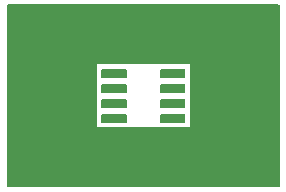
<source format=gbr>
%TF.GenerationSoftware,KiCad,Pcbnew,(6.0.0)*%
%TF.CreationDate,2022-12-04T21:49:26+01:00*%
%TF.ProjectId,SOIC-8 Breakout,534f4943-2d38-4204-9272-65616b6f7574,rev?*%
%TF.SameCoordinates,Original*%
%TF.FileFunction,Soldermask,Top*%
%TF.FilePolarity,Negative*%
%FSLAX46Y46*%
G04 Gerber Fmt 4.6, Leading zero omitted, Abs format (unit mm)*
G04 Created by KiCad (PCBNEW (6.0.0)) date 2022-12-04 21:49:26*
%MOMM*%
%LPD*%
G01*
G04 APERTURE LIST*
G04 APERTURE END LIST*
G36*
X155898121Y-101874002D02*
G01*
X155944614Y-101927658D01*
X155956000Y-101980000D01*
X155956000Y-102490000D01*
X155935998Y-102558121D01*
X155882342Y-102604614D01*
X155830000Y-102616000D01*
X153923000Y-102616000D01*
X153854879Y-102595998D01*
X153808386Y-102542342D01*
X153797000Y-102490000D01*
X153797000Y-101980000D01*
X153817002Y-101911879D01*
X153870658Y-101865386D01*
X153923000Y-101854000D01*
X155830000Y-101854000D01*
X155898121Y-101874002D01*
G37*
G36*
X150945121Y-103144002D02*
G01*
X150991614Y-103197658D01*
X151003000Y-103250000D01*
X151003000Y-103760000D01*
X150982998Y-103828121D01*
X150929342Y-103874614D01*
X150877000Y-103886000D01*
X148970000Y-103886000D01*
X148901879Y-103865998D01*
X148855386Y-103812342D01*
X148844000Y-103760000D01*
X148844000Y-103250000D01*
X148864002Y-103181879D01*
X148917658Y-103135386D01*
X148970000Y-103124000D01*
X150877000Y-103124000D01*
X150945121Y-103144002D01*
G37*
G36*
X155898121Y-99334002D02*
G01*
X155944614Y-99387658D01*
X155956000Y-99440000D01*
X155956000Y-99950000D01*
X155935998Y-100018121D01*
X155882342Y-100064614D01*
X155830000Y-100076000D01*
X153923000Y-100076000D01*
X153854879Y-100055998D01*
X153808386Y-100002342D01*
X153797000Y-99950000D01*
X153797000Y-99440000D01*
X153817002Y-99371879D01*
X153870658Y-99325386D01*
X153923000Y-99314000D01*
X155830000Y-99314000D01*
X155898121Y-99334002D01*
G37*
G36*
X155898121Y-100604002D02*
G01*
X155944614Y-100657658D01*
X155956000Y-100710000D01*
X155956000Y-101220000D01*
X155935998Y-101288121D01*
X155882342Y-101334614D01*
X155830000Y-101346000D01*
X153923000Y-101346000D01*
X153854879Y-101325998D01*
X153808386Y-101272342D01*
X153797000Y-101220000D01*
X153797000Y-100710000D01*
X153817002Y-100641879D01*
X153870658Y-100595386D01*
X153923000Y-100584000D01*
X155830000Y-100584000D01*
X155898121Y-100604002D01*
G37*
G36*
X155898121Y-103144002D02*
G01*
X155944614Y-103197658D01*
X155956000Y-103250000D01*
X155956000Y-103760000D01*
X155935998Y-103828121D01*
X155882342Y-103874614D01*
X155830000Y-103886000D01*
X153923000Y-103886000D01*
X153854879Y-103865998D01*
X153808386Y-103812342D01*
X153797000Y-103760000D01*
X153797000Y-103250000D01*
X153817002Y-103181879D01*
X153870658Y-103135386D01*
X153923000Y-103124000D01*
X155830000Y-103124000D01*
X155898121Y-103144002D01*
G37*
G36*
X150945121Y-99334002D02*
G01*
X150991614Y-99387658D01*
X151003000Y-99440000D01*
X151003000Y-99950000D01*
X150982998Y-100018121D01*
X150929342Y-100064614D01*
X150877000Y-100076000D01*
X148970000Y-100076000D01*
X148901879Y-100055998D01*
X148855386Y-100002342D01*
X148844000Y-99950000D01*
X148844000Y-99440000D01*
X148864002Y-99371879D01*
X148917658Y-99325386D01*
X148970000Y-99314000D01*
X150877000Y-99314000D01*
X150945121Y-99334002D01*
G37*
G36*
X150945121Y-100604002D02*
G01*
X150991614Y-100657658D01*
X151003000Y-100710000D01*
X151003000Y-101220000D01*
X150982998Y-101288121D01*
X150929342Y-101334614D01*
X150877000Y-101346000D01*
X148970000Y-101346000D01*
X148901879Y-101325998D01*
X148855386Y-101272342D01*
X148844000Y-101220000D01*
X148844000Y-100710000D01*
X148864002Y-100641879D01*
X148917658Y-100595386D01*
X148970000Y-100584000D01*
X150877000Y-100584000D01*
X150945121Y-100604002D01*
G37*
G36*
X163899121Y-93873002D02*
G01*
X163945614Y-93926658D01*
X163957000Y-93979000D01*
X163957000Y-109221000D01*
X163936998Y-109289121D01*
X163883342Y-109335614D01*
X163831000Y-109347000D01*
X140969000Y-109347000D01*
X140900879Y-109326998D01*
X140854386Y-109273342D01*
X140843000Y-109221000D01*
X140843000Y-104248885D01*
X148463000Y-104248885D01*
X148467475Y-104264124D01*
X148468865Y-104265329D01*
X148476548Y-104267000D01*
X156318885Y-104267000D01*
X156334124Y-104262525D01*
X156335329Y-104261135D01*
X156337000Y-104253452D01*
X156337000Y-98951115D01*
X156332525Y-98935876D01*
X156331135Y-98934671D01*
X156323452Y-98933000D01*
X148481115Y-98933000D01*
X148465876Y-98937475D01*
X148464671Y-98938865D01*
X148463000Y-98946548D01*
X148463000Y-104248885D01*
X140843000Y-104248885D01*
X140843000Y-93979000D01*
X140863002Y-93910879D01*
X140916658Y-93864386D01*
X140969000Y-93853000D01*
X163831000Y-93853000D01*
X163899121Y-93873002D01*
G37*
G36*
X150945121Y-101874002D02*
G01*
X150991614Y-101927658D01*
X151003000Y-101980000D01*
X151003000Y-102490000D01*
X150982998Y-102558121D01*
X150929342Y-102604614D01*
X150877000Y-102616000D01*
X148970000Y-102616000D01*
X148901879Y-102595998D01*
X148855386Y-102542342D01*
X148844000Y-102490000D01*
X148844000Y-101980000D01*
X148864002Y-101911879D01*
X148917658Y-101865386D01*
X148970000Y-101854000D01*
X150877000Y-101854000D01*
X150945121Y-101874002D01*
G37*
M02*

</source>
